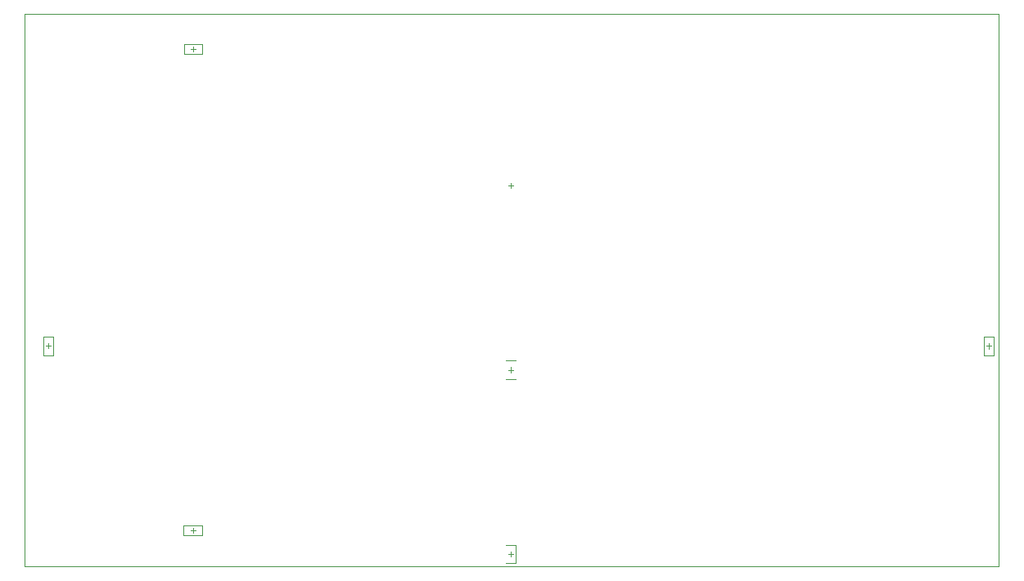
<source format=gbr>
%TF.GenerationSoftware,Altium Limited,Altium Designer,21.8.1 (53)*%
G04 Layer_Color=32768*
%FSLAX45Y45*%
%MOMM*%
%TF.SameCoordinates,046F884E-5673-4B57-908A-D09F833A34A9*%
%TF.FilePolarity,Positive*%
%TF.FileFunction,Other,Mechanical_15*%
%TF.Part,Single*%
G01*
G75*
%TA.AperFunction,NonConductor*%
%ADD37C,0.10000*%
%ADD38C,0.05000*%
D37*
X8125000Y6000000D02*
X18200000D01*
X8125000Y11725000D02*
X18200000D01*
Y6000000D02*
Y11725000D01*
X8125000Y6000000D02*
Y11725000D01*
X13150000Y6104000D02*
Y6156000D01*
X13124001Y6130000D02*
X13175999D01*
X9862824Y6351999D02*
Y6403999D01*
X9836824Y6377999D02*
X9888824D01*
X9864159Y11338222D02*
Y11390222D01*
X9838159Y11364222D02*
X9890159D01*
X8341500Y8287500D02*
X8393500D01*
X8367500Y8261500D02*
Y8313500D01*
X18067241Y8285998D02*
X18119241D01*
X18093240Y8259998D02*
Y8311998D01*
X13124001Y9950000D02*
X13175999D01*
X13150000Y9924000D02*
Y9976000D01*
X13122000Y8040000D02*
X13174001D01*
X13148000Y8014000D02*
Y8066000D01*
D38*
X13100000Y6035000D02*
X13200000D01*
X13100000Y6225000D02*
X13200000D01*
Y6035000D02*
Y6225000D01*
X9767824Y6327999D02*
X9957824D01*
X9767824Y6427999D02*
X9957824D01*
X9767824Y6327999D02*
Y6427999D01*
X9957824Y6327999D02*
Y6427999D01*
X9769159Y11314222D02*
X9959159D01*
X9769159Y11414222D02*
X9959159D01*
X9769159Y11314222D02*
Y11414222D01*
X9959159Y11314222D02*
Y11414222D01*
X8317500Y8192500D02*
Y8382500D01*
X8417500Y8192500D02*
Y8382500D01*
X8317500D02*
X8417500D01*
X8317500Y8192500D02*
X8417500D01*
X18043240Y8190998D02*
Y8380998D01*
X18143240Y8190998D02*
Y8380998D01*
X18043240D02*
X18143240D01*
X18043240Y8190998D02*
X18143240D01*
X13098000Y8135000D02*
X13198000D01*
X13098000Y7945000D02*
X13198000D01*
%TF.MD5,f057660b3bd2ffaade299eb4122820ec*%
M02*

</source>
